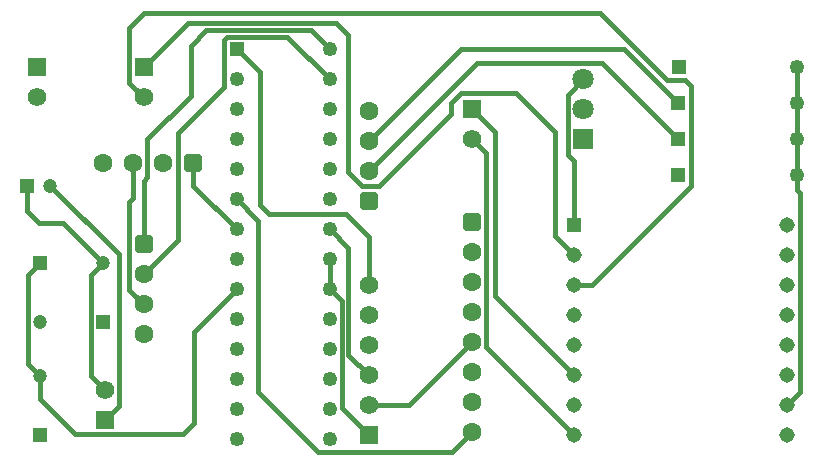
<source format=gtl>
G04*
G04 #@! TF.GenerationSoftware,Altium Limited,Altium Designer,25.2.1 (25)*
G04*
G04 Layer_Physical_Order=1*
G04 Layer_Color=255*
%FSLAX25Y25*%
%MOIN*%
G70*
G04*
G04 #@! TF.SameCoordinates,F9EB4FB7-7235-4222-B540-9B3DE50980C4*
G04*
G04*
G04 #@! TF.FilePolarity,Positive*
G04*
G01*
G75*
%ADD15R,0.04921X0.04921*%
%ADD16C,0.04921*%
%ADD19C,0.06181*%
%ADD20R,0.06181X0.06181*%
%ADD25C,0.04724*%
%ADD26R,0.04724X0.04724*%
%ADD27R,0.04724X0.04724*%
%ADD31C,0.01500*%
%ADD32C,0.06299*%
G04:AMPARAMS|DCode=33|XSize=62.99mil|YSize=62.99mil|CornerRadius=15.75mil|HoleSize=0mil|Usage=FLASHONLY|Rotation=270.000|XOffset=0mil|YOffset=0mil|HoleType=Round|Shape=RoundedRectangle|*
%AMROUNDEDRECTD33*
21,1,0.06299,0.03150,0,0,270.0*
21,1,0.03150,0.06299,0,0,270.0*
1,1,0.03150,-0.01575,-0.01575*
1,1,0.03150,-0.01575,0.01575*
1,1,0.03150,0.01575,0.01575*
1,1,0.03150,0.01575,-0.01575*
%
%ADD33ROUNDEDRECTD33*%
%ADD34C,0.05150*%
%ADD35R,0.05150X0.05150*%
%ADD36C,0.07087*%
%ADD37R,0.07087X0.07087*%
G04:AMPARAMS|DCode=38|XSize=62.99mil|YSize=62.99mil|CornerRadius=15.75mil|HoleSize=0mil|Usage=FLASHONLY|Rotation=180.000|XOffset=0mil|YOffset=0mil|HoleType=Round|Shape=RoundedRectangle|*
%AMROUNDEDRECTD38*
21,1,0.06299,0.03150,0,0,180.0*
21,1,0.03150,0.06299,0,0,180.0*
1,1,0.03150,-0.01575,0.01575*
1,1,0.03150,0.01575,0.01575*
1,1,0.03150,0.01575,-0.01575*
1,1,0.03150,-0.01575,-0.01575*
%
%ADD38ROUNDEDRECTD38*%
D15*
X228315Y96500D02*
D03*
X81000Y138500D02*
D03*
X228315Y108500D02*
D03*
Y120500D02*
D03*
X228500Y132500D02*
D03*
D16*
X267685Y96500D02*
D03*
X81000Y128500D02*
D03*
Y118500D02*
D03*
Y108500D02*
D03*
Y98500D02*
D03*
Y88500D02*
D03*
Y78500D02*
D03*
Y68500D02*
D03*
Y58500D02*
D03*
Y48500D02*
D03*
Y38500D02*
D03*
Y28500D02*
D03*
Y18500D02*
D03*
Y8500D02*
D03*
X112000D02*
D03*
Y18500D02*
D03*
Y28500D02*
D03*
Y38500D02*
D03*
Y48500D02*
D03*
Y58500D02*
D03*
Y68500D02*
D03*
Y78500D02*
D03*
Y88500D02*
D03*
Y98500D02*
D03*
Y108500D02*
D03*
Y118500D02*
D03*
Y128500D02*
D03*
Y138500D02*
D03*
X267685Y108500D02*
D03*
Y120500D02*
D03*
X267870Y132500D02*
D03*
D19*
X159500Y108500D02*
D03*
X37000Y25000D02*
D03*
X14500Y122500D02*
D03*
X125000Y60000D02*
D03*
Y50000D02*
D03*
Y40000D02*
D03*
Y30000D02*
D03*
Y20000D02*
D03*
X50000Y122500D02*
D03*
D20*
X159500Y118500D02*
D03*
X37000Y15000D02*
D03*
X14500Y132500D02*
D03*
X125000Y10000D02*
D03*
X50000Y132500D02*
D03*
D25*
X15500Y47657D02*
D03*
X18937Y93000D02*
D03*
X36500Y67343D02*
D03*
X15500Y29685D02*
D03*
D26*
Y67343D02*
D03*
X36500Y47657D02*
D03*
X15500Y10000D02*
D03*
D27*
X11063Y93000D02*
D03*
D31*
X45300Y127200D02*
X50000Y122500D01*
X45300Y127200D02*
Y145700D01*
X50300Y150700D01*
X202100D01*
X224400Y128400D01*
X230400D01*
X232400Y126400D01*
Y92800D02*
Y126400D01*
X199600Y60000D02*
X232400Y92800D01*
X193500Y60000D02*
X199600D01*
X81000Y88500D02*
X88200Y81300D01*
Y24200D02*
Y81300D01*
Y24200D02*
X108000Y4400D01*
X152900D01*
X159500Y11000D01*
X32500Y29500D02*
X37000Y25000D01*
X32500Y29500D02*
Y63343D01*
X36500Y67343D01*
X23243Y80600D02*
X36500Y67343D01*
X15100Y80600D02*
X23243D01*
X11063Y84637D02*
X15100Y80600D01*
X11063Y84637D02*
Y93000D01*
X112000Y78500D02*
X118311Y72189D01*
Y36689D02*
Y72189D01*
Y36689D02*
X125000Y30000D01*
X264500Y20000D02*
X268700Y24200D01*
Y90700D01*
X267685Y91715D02*
X268700Y90700D01*
X267685Y91715D02*
Y96500D01*
Y108500D01*
Y120500D01*
Y126400D01*
X267870Y126585D01*
Y132500D01*
X50000Y63500D02*
X61500Y75000D01*
Y110500D01*
X76900Y125900D01*
Y141600D01*
X77811Y142511D01*
X97989D01*
X112000Y128500D01*
X50000Y73500D02*
Y94600D01*
X51200Y95800D01*
Y108500D01*
X65800Y123100D01*
Y139700D01*
X70911Y144811D01*
X105689D01*
X112000Y138500D01*
X125000Y98000D02*
X161000Y134000D01*
X202815D01*
X228315Y108500D01*
X125000Y20000D02*
X138500D01*
X159500Y41000D01*
X11500Y33685D02*
X15500Y29685D01*
X11500Y33685D02*
Y63343D01*
X15500Y67343D01*
Y22000D02*
Y29685D01*
Y22000D02*
X27200Y10300D01*
X63100D01*
X66900Y14100D01*
Y44400D01*
X81000Y58500D01*
X37000Y15000D02*
X41700Y19700D01*
Y70237D01*
X18937Y93000D02*
X41700Y70237D01*
X125000Y108000D02*
X155700Y138700D01*
X210115D01*
X228315Y120500D01*
X81000Y138500D02*
X88700Y130800D01*
Y86700D02*
Y130800D01*
Y86700D02*
X91900Y83500D01*
X117500D01*
X125000Y76000D01*
Y60000D02*
Y76000D01*
X50000Y132500D02*
X64700Y147200D01*
X114300D01*
X118200Y143300D01*
Y97600D02*
Y143300D01*
Y97600D02*
X122800Y93000D01*
X128600D01*
X152500Y116900D01*
Y120600D01*
X155900Y124000D01*
X174000D01*
X187100Y110900D01*
Y76400D02*
Y110900D01*
Y76400D02*
X193500Y70000D01*
X159500Y118500D02*
X167200Y110800D01*
Y56300D02*
Y110800D01*
Y56300D02*
X193500Y30000D01*
X159500Y108500D02*
X164200Y103800D01*
Y39300D02*
Y103800D01*
Y39300D02*
X193500Y10000D01*
X45300Y58200D02*
X50000Y53500D01*
X45300Y58200D02*
Y87700D01*
X46500Y88900D01*
Y100500D01*
X66500Y93000D02*
Y100500D01*
Y93000D02*
X81000Y78500D01*
X112000Y58500D02*
Y68500D01*
Y58500D02*
X116011Y54489D01*
Y18989D02*
Y54489D01*
Y18989D02*
X125000Y10000D01*
X193500Y80000D02*
Y101300D01*
X191400Y103400D02*
X193500Y101300D01*
X191400Y103400D02*
Y123400D01*
X196500Y128500D01*
D32*
X159500Y31000D02*
D03*
Y51000D02*
D03*
Y71000D02*
D03*
Y61000D02*
D03*
Y41000D02*
D03*
Y21000D02*
D03*
Y11000D02*
D03*
X50000Y63500D02*
D03*
Y53500D02*
D03*
Y43500D02*
D03*
X56500Y100500D02*
D03*
X46500D02*
D03*
X36500D02*
D03*
X125000Y98000D02*
D03*
Y108000D02*
D03*
Y118000D02*
D03*
D33*
X159500Y81000D02*
D03*
X50000Y73500D02*
D03*
X125000Y88000D02*
D03*
D34*
X193500Y50000D02*
D03*
Y40000D02*
D03*
X264500Y50000D02*
D03*
Y40000D02*
D03*
X193500Y30000D02*
D03*
Y60000D02*
D03*
X264500D02*
D03*
Y30000D02*
D03*
X193500Y70000D02*
D03*
X264500D02*
D03*
X193500Y20000D02*
D03*
X264500D02*
D03*
Y80000D02*
D03*
X193500Y10000D02*
D03*
X264500D02*
D03*
D35*
X193500Y80000D02*
D03*
D36*
X196500Y128500D02*
D03*
Y118500D02*
D03*
D37*
Y108500D02*
D03*
D38*
X66500Y100500D02*
D03*
M02*

</source>
